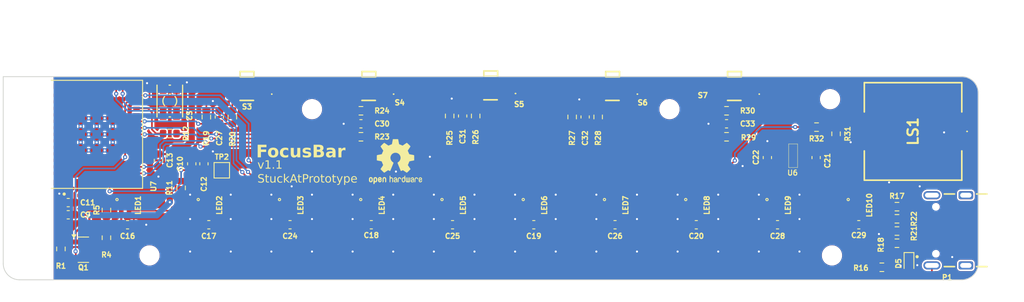
<source format=kicad_pcb>
(kicad_pcb (version 20241229) (generator "pcbnew") (generator_version "9.0")
  (layers (0 "F.Cu" signal) (2 "B.Cu" signal) (13 "F.Paste" user) (15 "B.Paste" user) (5 "F.SilkS" user "F.Silkscreen") (7 "B.SilkS" user "B.Silkscreen") (1 "F.Mask" user) (3 "B.Mask" user) (25 "Edge.Cuts" user))
  (net 0 "")
  (net 1 "GND")
  (net 2 "+3V3")
  (net 3 "/CP_EN")
  (net 4 "+5VD")
  (net 5 "Net-(LED1-DOUT)")
  (net 6 "Net-(LED1-DIN)")
  (net 7 "Net-(LED2-DOUT)")
  (net 8 "Net-(LED3-DOUT)")
  (net 9 "Net-(LED4-DOUT)")
  (net 10 "Net-(LED5-DOUT)")
  (net 11 "Net-(LED6-DOUT)")
  (net 12 "Net-(LED7-DOUT)")
  (net 13 "Net-(LED8-DOUT)")
  (net 14 "Net-(LED10-DIN)")
  (net 16 "Net-(P1-CC)")
  (net 17 "Net-(P1-SHIELD)")
  (net 18 "Net-(P1-D-)")
  (net 19 "Net-(P1-VCONN)")
  (net 20 "Net-(P1-D+)")
  (net 21 "Net-(Q1-S)")
  (net 22 "Net-(Q1-D)")
  (net 23 "Net-(U7-IO08)")
  (net 24 "Net-(R20-Pad2)")
  (net 25 "/USB_D+")
  (net 26 "/USB_D-")
  (net 27 "Net-(R24-Pad2)")
  (net 28 "Net-(R26-Pad2)")
  (net 29 "Net-(R28-Pad2)")
  (net 30 "Net-(R30-Pad2)")
  (net 31 "Net-(U7-IO9)")
  (net 50 "/SW_0")
  (net 51 "/SW_1")
  (net 52 "/SW_2")
  (net 53 "/SW_3")
  (net 54 "/SW_4")
  (net 55 "Net-(LS1-Pad2)")
  (net 56 "Net-(U7-IO22)")
  (footprint "Capacitor_SMD:C_0603_1608Metric" (layer "F.Cu") (at 126.62 74.96 90)
    (property "Reference" "C32")
    (property "Value" "0.1uF")
  )
  (footprint "Resistor_SMD:R_0603_1608Metric" (layer "F.Cu") (at 67.7 86.42502 90)
    (property "Reference" "R5")
    (property "Value" "470")
  )
  (footprint "Resistor_SMD:R_0603_1608Metric" (layer "F.Cu") (at 109.945 74.84 90)
    (property "Reference" "R25")
    (property "Value" "100k")
  )
  (footprint "custom_IC:IN-PI15_INL" (layer "F.Cu") (at 80 86.02502)
    (property "Reference" "LED2")
    (property "Value" "IN-PI15TAT5R5G5B")
  )
  (footprint "Capacitor_SMD:C_0603_1608Metric" (layer "F.Cu") (at 130.3 88.22502)
    (property "Reference" "C26")
    (property "Value" "0.1uF")
  )
  (footprint "Capacitor_SMD:C_0603_1608Metric" (layer "F.Cu") (at 150.3 88.22502)
    (property "Reference" "C28")
    (property "Value" "0.1uF")
  )
  (footprint "kicad_reformed_custom_IC:LOGO_6mm_microDMG" (layer "F.Cu") (at 89.3 75.1)
    (property "Reference" "G***" (hide yes))
    (property "Value" "LOGO" (hide yes))
  )
  (footprint "Resistor_SMD:R_0603_1608Metric" (layer "F.Cu") (at 144.025 77.4 180)
    (property "Reference" "R29")
    (property "Value" "100k")
  )
  (footprint "Resistor_SMD:R_0603_1608Metric" (layer "F.Cu") (at 83.2 74.975 90)
    (property "Reference" "R20")
    (property "Value" "10k")
  )
  (footprint "custom_IC:TL1016AAF220QG" (layer "F.Cu") (at 100 71.475 180)
    (property "Reference" "S4")
    (property "Value" "TL1016AAF220QG" (hide yes))
  )
  (footprint "MountingHole:MountingHole_2.2mm_M2" (layer "F.Cu") (at 157 92)
    (property "Reference" "REF**" (hide yes))
    (property "Value" "MountingHole_2.2mm_M2")
  )
  (footprint "custom_IC:IN-PI15_INL" (layer "F.Cu") (at 90 86.02502)
    (property "Reference" "LED3")
    (property "Value" "IN-PI15TAT5R5G5B")
  )
  (footprint "custom_IC:IN-PI15_INL" (layer "F.Cu") (at 150 86.02502)
    (property "Reference" "LED9")
    (property "Value" "IN-PI15TAT5R5G5B")
  )
  (footprint "Resistor_SMD:R_0603_1608Metric" (layer "F.Cu") (at 80 74.975 90)
    (property "Reference" "R19")
    (property "Value" "100k")
  )
  (footprint "Capacitor_SMD:C_0603_1608Metric" (layer "F.Cu") (at 79.7 80.725 90)
    (property "Reference" "C12")
    (property "Value" "0.1uF")
  )
  (footprint "MountingHole:MountingHole_2.2mm_M2" (layer "F.Cu") (at 137 74)
    (property "Reference" "REF**" (hide yes))
    (property "Value" "MountingHole_2.2mm_M2")
  )
  (footprint "Capacitor_SMD:C_0603_1608Metric" (layer "F.Cu") (at 78.2 80.725 90)
    (property "Reference" "C10")
    (property "Value" "1uF")
  )
  (footprint "MountingHole:MountingHole_2.2mm_M2" (layer "F.Cu") (at 93 74)
    (property "Reference" "REF**" (hide yes))
    (property "Value" "MountingHole_2.2mm_M2")
  )
  (footprint "Capacitor_SMD:C_0603_1608Metric" (layer "F.Cu") (at 120.3 88.22502)
    (property "Reference" "C19")
    (property "Value" "0.1uF")
  )
  (footprint "Capacitor_SMD:C_0603_1608Metric" (layer "F.Cu") (at 111.545 74.84 90)
    (property "Reference" "C31")
    (property "Value" "0.1uF")
  )
  (footprint "Resistor_SMD:R_0603_1608Metric" (layer "F.Cu") (at 128.22 74.96 90)
    (property "Reference" "R28")
    (property "Value" "10k")
  )
  (footprint "Resistor_SMD:R_0603_1608Metric" (layer "F.Cu") (at 165 89)
    (property "Reference" "R21")
    (property "Value" "22")
  )
  (footprint "Resistor_SMD:R_0603_1608Metric" (layer "F.Cu") (at 113.145 74.84 90)
    (property "Reference" "R26")
    (property "Value" "10k")
  )
  (footprint "custom_IC:IN-PI15_INL" (layer "F.Cu") (at 140 86.02502)
    (property "Reference" "LED8")
    (property "Value" "IN-PI15TAT5R5G5B")
  )
  (footprint "kicad_reformed_custom_IC:MODULE_ESP32-H2-MINI-1-H2" (layer "F.Cu") (at 63.8 77.1 90)
    (property "Reference" "U7")
    (property "Value" "ESP32-H2-MINI-1")
  )
  (footprint "custom_IC:TL1016AAF220QG" (layer "F.Cu") (at 130 71.475 180)
    (property "Reference" "S6")
    (property "Value" "TL1016AAF220QG" (hide yes))
  )
  (footprint "kicad_reformed_custom_IC:AP2204" (layer "F.Cu") (at 152.165 79.785 90)
    (property "Reference" "U6")
    (property "Value" "AP2205")
  )
  (footprint "custom_IC:TL1016AAF220QG" (layer "F.Cu") (at 85 71.475 180)
    (property "Reference" "S3")
    (property "Value" "TL1016AAF220QG" (hide yes))
  )
  (footprint "custom_IC:IN-PI15_INL" (layer "F.Cu") (at 70 86.02502)
    (property "Reference" "LED1")
    (property "Value" "IN-PI15TAT5R5G5B")
  )
  (footprint "Package_TO_SOT_SMD:SOT-23" (layer "F.Cu") (at 64.8625 91.3)
    (property "Reference" "Q1")
    (property "Value" "BSS138")
  )
  (footprint "Capacitor_SMD:C_0603_1608Metric" (layer "F.Cu") (at 140.3 88.22502)
    (property "Reference" "C20")
    (property "Value" "0.1uF")
  )
  (footprint "custom_IC:TL1016AAF220QG" (layer "F.Cu") (at 145 71.475 180)
    (property "Reference" "S7")
    (property "Value" "TL1016AAF220QG" (hide yes))
  )
  (footprint "Capacitor_SMD:C_0603_1608Metric" (layer "F.Cu") (at 63 87 180)
    (property "Reference" "C9")
    (property "Value" "47uF")
  )
  (footprint "Resistor_SMD:R_0603_1608Metric" (layer "F.Cu") (at 62.1 91.2 90)
    (property "Reference" "R1")
    (property "Value" "10K")
  )
  (footprint "Capacitor_SMD:C_0603_1608Metric" (layer "F.Cu") (at 149.05 79.96 90)
    (property "Reference" "C22")
    (property "Value" "10uF")
  )
  (footprint "kicad_reformed_custom_IC:SWITCH_0SMTRLFS" (layer "F.Cu") (at 75.5 73 -90)
    (property "Reference" "S2")
    (property "Value" "SWITCH_0SMTRLFS")
  )
  (footprint "Resistor_SMD:R_0603_1608Metric" (layer "F.Cu") (at 157.502187 77.032486 -90)
    (property "Reference" "R31")
    (property "Value" "1M")
  )
  (footprint "Resistor_SMD:R_0603_1608Metric" (layer "F.Cu") (at 75.5 77)
    (property "Reference" "R12")
    (property "Value" "10K")
  )
  (footprint "MountingHole:MountingHole_2.2mm_M2" (layer "F.Cu") (at 156.77 72.77)
    (property "Reference" "REF**" (hide yes))
    (property "Value" "MountingHole_2.2mm_M2")
  )
  (footprint "custom_IC:TL1016AAF220QG" (layer "F.Cu") (at 115 71.4 180)
    (property "Reference" "S5")
    (property "Value" "TL1016AAF220QG" (hide yes))
  )
  (footprint "Resistor_SMD:R_0603_1608Metric" (layer "F.Cu") (at 163.14 93.46 180)
    (property "Reference" "R16")
    (property "Value" "1M")
  )
  (footprint "Capacitor_SMD:C_0603_1608Metric" (layer "F.Cu") (at 90.3 88.22502)
    (property "Reference" "C24")
    (property "Value" "0.1uF")
  )
  (footprint "Capacitor_SMD:C_0603_1608Metric" (layer "F.Cu") (at 70.3 88.22502)
    (property "Reference" "C16")
    (property "Value" "0.1uF")
  )
  (footprint "Capacitor_SMD:C_0603_1608Metric" (layer "F.Cu") (at 144.025 75.8 180)
    (property "Reference" "C33")
    (property "Value" "0.1uF")
  )
  (footprint "custom_IC:IN-PI15_INL" (layer "F.Cu") (at 120 86.02502)
    (property "Reference" "LED6")
    (property "Value" "IN-PI15TAT5R5G5B")
  )
  (footprint "Capacitor_SMD:C_0603_1608Metric" (layer "F.Cu") (at 80.3 88.22502)
    (property "Reference" "C17")
    (property "Value" "0.1uF")
  )
  (footprint "Symbol:OSHW-Logo2_7.3x6mm_SilkScreen" (layer "F.Cu") (at 103.28 80.45)
    (property "Reference" "REF**" (hide yes))
    (property "Value" "OSHW-Logo2_7.3x6mm_SilkScreen" (hide yes))
  )
  (footprint "Capacitor_SMD:C_0603_1608Metric" (layer "F.Cu") (at 81.6 74.975 90)
    (property "Reference" "C27")
    (property "Value" "0.1uF")
  )
  (footprint "Resistor_SMD:R_0603_1608Metric" (layer "F.Cu") (at 99.025 74.2 180)
    (property "Reference" "R24")
    (property "Value" "10k")
  )
  (footprint "Resistor_SMD:R_0603_1608Metric" (layer "F.Cu") (at 165 90.5 180)
    (property "Reference" "R18")
    (property "Value" "5K1")
  )
  (footprint "Capacitor_SMD:C_0603_1608Metric" (layer "F.Cu") (at 155.05 79.96 90)
    (property "Reference" "C21")
    (property "Value" "10uF")
  )
  (footprint "Resistor_SMD:R_0603_1608Metric" (layer "F.Cu") (at 165 87.5 180)
    (property "Reference" "R22")
    (property "Value" "22")
  )
  (footprint "Capacitor_SMD:C_0603_1608Metric" (layer "F.Cu") (at 63 85.5 180)
    (property "Reference" "C11")
    (property "Value" "0.1uF")
  )
  (footprint "custom_IC:IN-PI15_INL" (layer "F.Cu") (at 100 86.02502)
    (property "Reference" "LED4")
    (property "Value" "IN-PI15TAT5R5G5B")
  )
  (footprint "Resistor_SMD:R_0603_1608Metric" (layer "F.Cu") (at 99.025 77.4 180)
    (property "Reference" "R23")
    (property "Value" "100k")
  )
  (footprint "Resistor_SMD:R_0603_1608Metric" (layer "F.Cu") (at 67.7 89.82502 -90)
    (property "Reference" "R4")
    (property "Value" "10K")
  )
  (footprint "Capacitor_SMD:C_0603_1608Metric" (layer "F.Cu") (at 99.025 75.8 180)
    (property "Reference" "C30")
    (property "Value" "0.1uF")
  )
  (footprint "MountingHole:MountingHole_2.2mm_M2" (layer "F.Cu") (at 73 92)
    (property "Reference" "REF**" (hide yes))
    (property "Value" "MountingHole_2.2mm_M2")
  )
  (footprint "kicad_reformed_custom_IC:SMT1240SHT" (layer "F.Cu") (at 166.98 76.74 -90)
    (property "Reference" "LS1")
    (property "Value" "SMT1240SHT" (hide yes))
  )
  (footprint "custom_IC:IN-PI15_INL" (layer "F.Cu") (at 130 86.02502)
    (property "Reference" "LED7")
    (property "Value" "IN-PI15TAT5R5G5B")
  )
  (footprint "Resistor_SMD:R_0603_1608Metric" (layer "F.Cu") (at 165 86 180)
    (property "Reference" "R17")
    (property "Value" "5K1")
  )
  (footprint "Resistor_SMD:R_0603_1608Metric" (layer "F.Cu") (at 125.02 74.96 90)
    (property "Reference" "R27")
    (property "Value" "100k")
  )
  (footprint "Capacitor_SMD:C_0603_1608Metric" (layer "F.Cu") (at 74.1 80.3 -90)
    (property "Reference" "C13")
    (property "Value" "0.1uF")
  )
  (footprint "TestPoint:TestPoint_Pad_1.5x1.5mm" (layer "F.Cu") (at 81.9 81.525)
    (property "Reference" "TP2")
    (property "Value" "TestPoint")
  )
  (footprint "Capacitor_SMD:C_0603_1608Metric" (layer "F.Cu") (at 110.3 88.22502)
    (property "Reference" "C25")
    (property "Value" "0.1uF")
  )
  (footprint "Capacitor_SMD:C_0603_1608Metric" (layer "F.Cu") (at 100.3 88.22502)
    (property "Reference" "C18")
    (property "Value" "0.1uF")
  )
  (footprint "custom_IC:IN-PI15_INL" (layer "F.Cu") (at 110 86.02502)
    (property "Reference" "LED5")
    (property "Value" "IN-PI15TAT5R5G5B")
  )
  (footprint "Diode_SMD:D_SOD-523" (layer "F.Cu") (at 166.48 92.91 -90)
    (property "Reference" "D5")
    (property "Value" "TPD1E10B06")
  )
  (footprint "Resistor_SMD:R_0603_1608Metric" (layer "F.Cu") (at 76.89 83.69 90)
    (property "Reference" "R11")
    (property "Value" "10K")
  )
  (footprint "kicad_reformed_custom_IC:GCT_USB4105-GF-A" (layer "F.Cu") (at 173.48 88.91 90)
    (property "Reference" "P1")
    (property "Value" "USB_C_Plug_USB2.0")
  )
  (footprint "custom_IC:IN-PI15_INL" (layer "F.Cu") (at 160 86.02502)
    (property "Reference" "LED10")
    (property "Value" "IN-PI15TAT5R5G5B")
  )
  (footprint "Resistor_SMD:R_0603_1608Metric" (layer "F.Cu") (at 155.102187 76.207486 180)
    (property "Reference" "R32")
    (property "Value" "100")
  )
  (footprint "Capacitor_SMD:C_0603_1608Metric" (layer "F.Cu") (at 160.3 88.22502)
    (property "Reference" "C29")
    (property "Value" "0.1uF")
  )
  (footprint "Resistor_SMD:R_0603_1608Metric" (layer "F.Cu") (at 144.025 74.2 180)
    (property "Reference" "R30")
    (property "Value" "10k")
  )
  (gr_line (start 55 70) (end 55 93) (stroke (width 0.1)) (layer "Edge.Cuts"))
  (gr_arc (start 175 93) (mid 174.414214 94.414214) (end 173 95) (stroke (width 0.1)) (layer "Edge.Cuts"))
  (gr_arc (start 173 70) (mid 174.414214 70.585786) (end 175 72) (stroke (width 0.1)) (layer "Edge.Cuts"))
  (gr_line (start 57 95) (end 173 95) (stroke (width 0.1)) (layer "Edge.Cuts"))
  (gr_line (start 173 70) (end 55 70) (stroke (width 0.1)) (layer "Edge.Cuts"))
  (gr_line (start 175 93) (end 175 72) (stroke (width 0.1)) (layer "Edge.Cuts"))
  (gr_arc (start 57 95) (mid 55.585786 94.414214) (end 55 93) (stroke (width 0.1)) (layer "Edge.Cuts"))
  (gr_text "v1.1\nStuckAtPrototype" (at 86.28 81.76 0) (layer "F.SilkS") (effects (font (size 1.016 1.016)) (justify left)))
  (gr_text "FocusBar" (at 86.12 80.19 0) (layer "F.SilkS") (effects (font (size 1.524 1.524) (thickness 0.1016) (bold yes)) (justify left bottom)))
  (via (at 61.9 84.4) (size 0.508) (drill 0.254) (layers "F.Cu" "B.Cu") (net 1))
  (via (at 103 84.52502) (size 0.508) (drill 0.254) (layers "F.Cu" "B.Cu") (net 1))
  (via (at 108 87.52502) (size 0.508) (drill 0.254) (layers "F.Cu" "B.Cu") (net 1))
  (via (at 103.33 81.68) (size 0.508) (drill 0.254) (layers "F.Cu" "B.Cu") (net 1))
  (via (at 149.05 77.935) (size 0.508) (drill 0.254) (layers "F.Cu" "B.Cu") (net 1))
  (via (at 103 91.52502) (size 0.508) (drill 0.254) (layers "F.Cu" "B.Cu") (net 1))
  (via (at 148 91.52502) (size 0.508) (drill 0.254) (layers "F.Cu" "B.Cu") (net 1))
  (via (at 133 84.52502) (size 0.508) (drill 0.254) (layers "F.Cu" "B.Cu") (net 1))
  (via (at 123 91.52502) (size 0.508) (drill 0.254) (layers "F.Cu" "B.Cu") (net 1))
  (via (at 159.3 78.07) (size 0.508) (drill 0.254) (layers "F.Cu" "B.Cu") (net 1))
  (via (at 123 87.52502) (size 0.508) (drill 0.254) (layers "F.Cu" "B.Cu") (net 1))
  (via (at 93 91.52502) (size 0.508) (drill 0.254) (layers "F.Cu" "B.Cu") (net 1))
  (via (at 98 87.52502) (size 0.508) (drill 0.254) (layers "F.Cu" "B.Cu") (net 1))
  (via (at 128 87.52502) (size 0.508) (drill 0.254) (layers "F.Cu" "B.Cu") (net 1))
  (via (at 128 84.52502) (size 0.508) (drill 0.254) (layers "F.Cu" "B.Cu") (net 1))
  (via (at 153 87.52502) (size 0.508) (drill 0.254) (layers "F.Cu" "B.Cu") (net 1))
  (via (at 77.6 70.7) (size 0.508) (drill 0.254) (layers "F.Cu" "B.Cu") (net 1))
  (via (at 148 87.52502) (size 0.508) (drill 0.254) (layers "F.Cu" "B.Cu") (net 1))
  (via (at 125.9 72.8) (size 0.508) (drill 0.254) (layers "F.Cu" "B.Cu") (net 1))
  (via (at 88 84.52502) (size 0.508) (drill 0.254) (layers "F.Cu" "B.Cu") (net 1))
  (via (at 138 84.52502) (size 0.508) (drill 0.254) (layers "F.Cu" "B.Cu") (net 1))
  (via (at 118 87.52502) (size 0.508) (drill 0.254) (layers "F.Cu" "B.Cu") (net 1))
  (via (at 98 84.52502) (size 0.508) (drill 0.254) (layers "F.Cu" "B.Cu") (net 1))
  (via (at 83 91.52502) (size 0.508) (drill 0.254) (layers "F.Cu" "B.Cu") (net 1))
  (via (at 88 87.52502) (size 0.508) (drill 0.254) (layers "F.Cu" "B.Cu") (net 1))
  (via (at 164.03 83.01) (size 0.508) (drill 0.254) (layers "F.Cu" "B.Cu") (net 1))
  (via (at 78 84.52502) (size 0.508) (drill 0.254) (layers "F.Cu" "B.Cu") (net 1))
  (via (at 165.45 93.28) (size 0.508) (drill 0.254) (layers "F.Cu" "B.Cu") (net 1))
  (via (at 143 91.52502) (size 0.508) (drill 0.254) (layers "F.Cu" "B.Cu") (net 1))
  (via (at 167.5 93.2) (size 0.508) (drill 0.254) (layers "F.Cu" "B.Cu") (net 1))
  (via (at 133 87.52502) (size 0.508) (drill 0.254) (layers "F.Cu" "B.Cu") (net 1))
  (via (at 93 84.52502) (size 0.508) (drill 0.254) (layers "F.Cu" "B.Cu") (net 1))
  (via (at 78 87.52502) (size 0.508) (drill 0.254) (layers "F.Cu" "B.Cu") (net 1))
  (via (at 138 91.52502) (size 0.508) (drill 0.254) (layers "F.Cu" "B.Cu") (net 1))
  (via (at 83 84.52502) (size 0.508) (drill 0.254) (layers "F.Cu" "B.Cu") (net 1))
  (via (at 107.51 79.86) (size 0.508) (drill 0.254) (layers "F.Cu" "B.Cu") (net 1))
  (via (at 83 87.52502) (size 0.508) (drill 0.254) (layers "F.Cu" "B.Cu") (net 1))
  (via (at 118 84.52502) (size 0.508) (drill 0.254) (layers "F.Cu" "B.Cu") (net 1))
  (via (at 72.6 88.22502) (size 0.508) (drill 0.254) (layers "F.Cu" "B.Cu") (net 1))
  (via (at 148 84.52502) (size 0.508) (drill 0.254) (layers "F.Cu" "B.Cu") (net 1))
  (via (at 96.9 75.8) (size 0.508) (drill 0.254) (layers "F.Cu" "B.Cu") (net 1))
  (via (at 108 84.52502) (size 0.508) (drill 0.254) (layers "F.Cu" "B.Cu") (net 1))
  (via (at 90.5 83.5) (size 0.508) (drill 0.254) (layers "F.Cu" "B.Cu") (net 1))
  (via (at 146 81) (size 0.508) (drill 0.254) (layers "F.Cu" "B.Cu") (net 1))
  (via (at 128 91.52502) (size 0.508) (drill 0.254) (layers "F.Cu" "B.Cu") (net 1))
  (via (at 167.8 83.5) (size 0.508) (drill 0.254) (layers "F.Cu" "B.Cu") (net 1))
  (via (at 143 87.52502) (size 0.508) (drill 0.254) (layers "F.Cu" "B.Cu") (net 1))
  (via (at 78 91.52502) (size 0.508) (drill 0.254) (layers "F.Cu" "B.Cu") (net 1))
  (via (at 80.8 73) (size 0.508) (drill 0.254) (layers "F.Cu" "B.Cu") (net 1))
  (via (at 138 87.52502) (size 0.508) (drill 0.254) (layers "F.Cu" "B.Cu") (net 1))
  (via (at 74.1 82.3) (size 0.508) (drill 0.254) (layers "F.Cu" "B.Cu") (net 1))
  (via (at 153 84.52502) (size 0.508) (drill 0.254) (layers "F.Cu" "B.Cu") (net 1))
  (via (at 118 91.52502) (size 0.508) (drill 0.254) (layers "F.Cu" "B.Cu") (net 1))
  (via (at 171.8 92.2) (size 0.508) (drill 0.254) (layers "F.Cu" "B.Cu") (net 1))
  (via (at 113 87.52502) (size 0.508) (drill 0.254) (layers "F.Cu" "B.Cu") (net 1))
  (via (at 123 84.52502) (size 0.508) (drill 0.254) (layers "F.Cu" "B.Cu") (net 1))
  (via (at 113 91.52502) (size 0.508) (drill 0.254) (layers "F.Cu" "B.Cu") (net 1))
  (via (at 103 87.52502) (size 0.508) (drill 0.254) (layers "F.Cu" "B.Cu") (net 1))
  (via (at 133 91.52502) (size 0.508) (drill 0.254) (layers "F.Cu" "B.Cu") (net 1))
  (via (at 88 91.52502) (size 0.508) (drill 0.254) (layers "F.Cu" "B.Cu") (net 1))
  (via (at 80.8 79.2) (size 0.508) (drill 0.254) (layers "F.Cu" "B.Cu") (net 1))
  (via (at 170.8 76.86) (size 0.508) (drill 0.254) (layers "F.Cu" "B.Cu") (net 1))
  (via (at 110.2 72.7) (size 0.508) (drill 0.254) (layers "F.Cu" "B.Cu") (net 1))
  (via (at 98 91.52502) (size 0.508) (drill 0.254) (layers "F.Cu" "B.Cu") (net 1))
  (via (at 153 91.52502) (size 0.508) (drill 0.254) (layers "F.Cu" "B.Cu") (net 1))
  (via (at 93 87.52502) (size 0.508) (drill 0.254) (layers "F.Cu" "B.Cu") (net 1))
  (via (at 113 84.52502) (size 0.508) (drill 0.254) (layers "F.Cu" "B.Cu") (net 1))
  (via (at 141.8 75.8) (size 0.508) (drill 0.254) (layers "F.Cu" "B.Cu") (net 1))
  (via (at 162.78 89.37) (size 0.508) (drill 0.254) (layers "F.Cu" "B.Cu") (net 1))
  (via (at 108 91.52502) (size 0.508) (drill 0.254) (layers "F.Cu" "B.Cu") (net 1))
  (via (at 72.7 70.8) (size 0.508) (drill 0.254) (layers "F.Cu" "B.Cu") (net 1))
  (via (at 143 84.52502) (size 0.508) (drill 0.254) (layers "F.Cu" "B.Cu") (net 1))
  (segment (start 75.5 85.45) (end 75.5 84.604) (width 0.2032) (layer "F.Cu") (net 2))
  (segment (start 149.44 74.33) (end 147.23 76.54) (width 0.762) (layer "F.Cu") (net 2))
  (segment (start 78.2 72) (end 78.2 77) (width 0.762) (layer "F.Cu") (net 2))
  (segment (start 116.8 70.675) (end 101.875 70.675) (width 0.762) (layer "F.Cu") (net 2))
  (segment (start 116.875 70.75) (end 116.8 70.675) (width 0.762) (layer "F.Cu") (net 2))
  (segment (start 65.55 87) (end 65.6 87.05) (width 0.254) (layer "F.Cu") (net 2))
  (segment (start 63.925 89.135) (end 63.925 90.35) (width 0.254) (layer "F.Cu") (net 2))
  (segment (start 83.2 70.75) (end 79.45 70.75) (width 0.762) (layer "F.Cu") (net 2))
  (segment (start 143.2 70.75) (end 131.8 70.75) (width 0.762) (layer "F.Cu") (net 2))
  (segment (start 76.1 78.7) (end 75.5 79.3) (width 0.762) (layer "F.Cu") (net 2))
  (segment (start 62.1 90.375) (end 63.9 90.375) (width 0.2032) (layer "F.Cu") (net 2))
  (segment (start 63.775 87) (end 63.775 85.5) (width 0.254) (layer "F.Cu") (net 2))
  (segment (start 77.4 78.7) (end 76.1 78.7) (width 0.762) (layer "F.Cu") (net 2))
  (segment (start 146.8 70.75) (end 147.7 70.75) (width 0.762) (layer "F.Cu") (net 2))
  (segment (start 74.1 79.525) (end 75.275 79.525) (width 0.254) (layer "F.Cu") (net 2))
  (segment (start 148.65 70.75) (end 149.44 71.54) (width 0.762) (layer "F.Cu") (net 2))
  (segment (start 149.1 80.685) (end 149.05 80.735) (width 0.254) (layer "F.Cu") (net 2))
  (segment (start 98.2 70.75) (end 86.8 70.75) (width 0.762) (layer "F.Cu") (net 2))
  (segment (start 101.8 70.75) (end 98.2 70.75) (width 0.762) (layer "F.Cu") (net 2))
  (segment (start 75.275 79.525) (end 75.5 79.3) (width 0.254) (layer "F.Cu") (net 2))
  (segment (start 63.775 84.325) (end 63.775 85.5) (width 0.254) (layer "F.Cu") (net 2))
  (segment (start 116.8 70.675) (end 113.2 70.675) (width 0.762) (layer "F.Cu") (net 2))
  (segment (start 64.32 88.74) (end 63.925 89.135) (width 0.254) (layer "F.Cu") (net 2))
  (segment (start 76.855 84.55) (end 76.89 84.515) (width 0.2032) (layer "F.Cu") (net 2))
  (segment (start 83.2 70.75) (end 86.8 70.75) (width 0.762) (layer "F.Cu") (net 2))
  (segment (start 65.6 88.31) (end 65.17 88.74) (width 0.254) (layer "F.Cu") (net 2))
  (segment (start 149.44 71.54) (end 149.44 74.33) (width 0.762) (layer "F.Cu") (net 2))
  (segment (start 76.325 77) (end 78.2 77) (width 0.2032) (layer "F.Cu") (net 2))
  (segment (start 74.075 79.5) (end 71.4 79.5) (width 0.254) (layer "F.Cu") (net 2))
  (segment (start 101.875 70.675) (end 101.8 70.75) (width 0.762) (layer "F.Cu") (net 2))
  (segment (start 64.1 83) (end 64.1 84) (width 0.254) (layer "F.Cu") (net 2))
  (segment (start 147.23 79.91) (end 148.055 80.735) (width 0.762) (layer "F.Cu") (net 2))
  (segment (start 147.7 70.75) (end 148.65 70.75) (width 0.762) (layer "F.Cu") (net 2))
  (segment (start 150.865 80.685) (end 149.1 80.685) (width 0.254) (layer "F.Cu") (net 2))
  (segment (start 147.23 76.54) (end 147.23 79.91) (width 0.762) (layer "F.Cu") (net 2))
  (segment (start 63.9 90.375) (end 63.925 90.35) (width 0.2032) (layer "F.Cu") (net 2))
  (segment (start 78.2 77.9) (end 77.4 78.7) (width 0.762) (layer "F.Cu") (net 2))
  (segment (start 65.17 88.74) (end 64.32 88.74) (width 0.254) (layer "F.Cu") (net 2))
  (segment (start 74.1 79.525) (end 74.075 79.5) (width 0.254) (layer "F.Cu") (net 2))
  (segment (start 75.5 84.604) (end 75.554 84.55) (width 0.2032) (layer "F.Cu") (net 2))
  (segment (start 75.5 79.3) (end 75.5 85.45) (width 0.762) (layer "F.Cu") (net 2))
  (segment (start 63.775 87) (end 65.55 87) (width 0.254) (layer "F.Cu") (net 2))
  (segment (start 131.8 70.75) (end 128.2 70.75) (width 0.762) (layer "F.Cu") (net 2))
  (segment (start 148.055 80.735) (end 149.05 80.735) (width 0.762) (layer "F.Cu") (net 2))
  (segment (start 128.2 70.75) (end 116.875 70.75) (width 0.762) (layer "F.Cu") (net 2))
  (segment (start 64.1 84) (end 63.775 84.325) (width 0.254) (layer "F.Cu") (net 2))
  (segment (start 75.554 84.55) (end 76.855 84.55) (width 0.2032) (layer "F.Cu") (net 2))
  (segment (start 79.45 70.75) (end 78.2 72) (width 0.762) (layer "F.Cu") (net 2))
  (segment (start 147.7 70.75) (end 143.2 70.75) (width 0.762) (layer "F.Cu") (net 2))
  (segment (start 78.2 77) (end 78.2 77.9) (width 0.762) (layer "F.Cu") (net 2))
  (segment (start 65.6 87.05) (end 65.6 88.31) (width 0.254) (layer "F.Cu") (net 2))
  (via (at 75.5 85.45) (size 0.508) (drill 0.254) (layers "F.Cu" "B.Cu") (net 2))
  (via (at 65.6 87.05) (size 0.508) (drill 0.254) (layers "F.Cu" "B.Cu") (net 2))
  (segment (start 75.5 85.45) (end 73.9 87.05) (width 0.762) (layer "B.Cu") (net 2))
  (segment (start 73.9 87.05) (end 65.6 87.05) (width 0.762) (layer "B.Cu") (net 2))
  (segment (start 78.2 81.5) (end 76.9 81.5) (width 0.2032) (layer "F.Cu") (net 3))
  (segment (start 79.7 81.5) (end 78.2 81.5) (width 0.2032) (layer "F.Cu") (net 3))
  (segment (start 76.9 81.5) (end 76.9 82.855) (width 0.2032) (layer "F.Cu") (net 3))
  (segment (start 79.725 81.525) (end 79.7 81.5) (width 0.2032) (layer "F.Cu") (net 3))
  (segment (start 81.9 81.525) (end 79.725 81.525) (width 0.2032) (layer "F.Cu") (net 3))
  (segment (start 76.9 82.855) (end 76.89 82.865) (width 0.2032) (layer "F.Cu") (net 3))
  (segment (start 68.1 84.1) (end 68.1 83) (width 0.2032) (layer "F.Cu") (net 3))
  (via (at 76.9 81.5) (size 0.508) (drill 0.254) (layers "F.Cu" "B.Cu") (net 3))
  (via (at 68.1 84.1) (size 0.508) (drill 0.254) (layers "F.Cu" "B.Cu") (net 3))
  (segment (start 75.9 84.1) (end 68.1 84.1) (width 0.2032) (layer "B.Cu") (net 3))
  (segment (start 76.9 83.1) (end 75.9 84.1) (width 0.2032) (layer "B.Cu") (net 3))
  (segment (start 76.9 81.5) (end 76.9 83.1) (width 0.2032) (layer "B.Cu") (net 3))
  (segment (start 67.7 90.65002) (end 68.975 90.65002) (width 0.3048) (layer "F.Cu") (net 4))
  (segment (start 89.525 86.5) (end 89.525 88.22502) (width 0.254) (layer "F.Cu") (net 4))
  (segment (start 152.625 78.785) (end 153.465 78.785) (width 0.254) (layer "F.Cu") (net 4))
  (segment (start 152.35 80.46) (end 152.35 79.06) (width 0.254) (layer "F.Cu") (net 4))
  (segment (start 167.79 91.31) (end 166.89 92.21) (width 0.4572) (layer "F.Cu") (net 4))
  (segment (start 167.79 86.51) (end 167.2 85.92) (width 0.2032) (layer "F.Cu") (net 4))
  (segment (start 129.525 89.51002) (end 129.5 89.53502) (width 0.254) (layer "F.Cu") (net 4))
  (segment (start 167.2 85.92) (end 167.2 84.2) (width 0.2032) (layer "F.Cu") (net 4))
  (segment (start 119.525 89.51002) (end 119.5 89.53502) (width 0.254) (layer "F.Cu") (net 4))
  (segment (start 159.525 89.51002) (end 159.5 89.53502) (width 0.254) (layer "F.Cu") (net 4))
  (segment (start 168.725 86.51) (end 167.79 86.51) (width 0.2032) (layer "F.Cu") (net 4))
  (segment (start 69.525 86.5) (end 69.525 88.22502) (width 0.254) (layer "F.Cu") (net 4))
  (segment (start 89.7 89.53502) (end 79.5 89.53502) (width 0.762) (layer "F.Cu") (net 4))
  (segment (start 170 87) (end 169.6 86.6) (width 0.2032) (layer "F.Cu") (net 4))
  (segment (start 79.5 89.53502) (end 69.525 89.53502) (width 0.762) (layer "F.Cu") (net 4))
  (segment (start 168.815 86.6) (end 168.725 86.51) (width 0.2032) (layer "F.Cu") (net 4))
  (segment (start 152.575 80.685) (end 152.35 80.46) (width 0.254) (layer "F.Cu") (net 4))
  (segment (start 161.61502 89.53502) (end 162.26 90.18) (width 0.4572) (layer "F.Cu") (net 4))
  (segment (start 169.6 86.6) (end 168.815 86.6) (width 0.2032) (layer "F.Cu") (net 4))
  (segment (start 159.5 89.53502) (end 149.5 89.53502) (width 0.762) (layer "F.Cu") (net 4))
  (segment (start 129.5 89.53502) (end 119.5 89.53502) (width 0.762) (layer "F.Cu") (net 4))
  (segment (start 119.525 86.5) (end 119.525 88.22502) (width 0.254) (layer "F.Cu") (net 4))
  (segment (start 99.5 89.53502) (end 89.7 89.53502) (width 0.762) (layer "F.Cu") (net 4))
  (segment (start 79.525 88.22502) (end 79.525 89.51002) (width 0.254) (layer "F.Cu") (net 4))
  (segment (start 149.525 88.22502) (end 149.525 89.51002) (width 0.254) (layer "F.Cu") (net 4))
  (segment (start 159.525 88.22502) (end 159.525 86.5) (width 0.254) (layer "F.Cu") (net 4))
  (segment (start 69.525 90.10002) (end 69.525 88.22502) (width 0.3048) (layer "F.Cu") (net 4))
  (segment (start 155.05 80.735) (end 153.515 80.735) (width 0.254) (layer "F.Cu") (net 4))
  (segment (start 149.525 89.51002) (end 149.5 89.53502) (width 0.254) (layer "F.Cu") (net 4))
  (segment (start 79.525 89.51002) (end 79.5 89.53502) (width 0.254) (layer "F.Cu") (net 4))
  (segment (start 99.525 88.22502) (end 99.525 89.51002) (width 0.254) (layer "F.Cu") (net 4))
  (segment (start 89.525 88.22502) (end 89.525 89.36002) (width 0.254) (layer "F.Cu") (net 4))
  (segment (start 163.3 92.21) (end 166.48 92.21) (width 0.4572) (layer "F.Cu") (net 4))
  (segment (start 163.735 80.735) (end 155.05 80.735) (width 0.762) (layer "F.Cu") (net 4))
  (segment (start 159.525 88.22502) (end 159.525 89.51002) (width 0.254) (layer "F.Cu") (net 4))
  (segment (start 119.5 89.53502) (end 109.6 89.53502) (width 0.762) (layer "F.Cu") (net 4))
  (segment (start 149.5 89.53502) (end 139.6 89.53502) (width 0.762) (layer "F.Cu") (net 4))
  (segment (start 109.6 89.53502) (end 99.5 89.53502) (width 0.762) (layer "F.Cu") (net 4))
  (segment (start 169.49 91.31) (end 170 90.8) (width 0.2032) (layer "F.Cu") (net 4))
  (segment (start 168.725 91.31) (end 169.49 91.31) (width 0.2032) (layer "F.Cu") (net 4))
  (segment (start 152.35 79.06) (end 152.625 78.785) (width 0.254) (layer "F.Cu") (net 4))
  (segment (start 159.5 89.53502) (end 161.61502 89.53502) (width 0.4572) (layer "F.Cu") (net 4))
  (segment (start 153.515 80.735) (end 153.465 80.685) (width 0.254) (layer "F.Cu") (net 4))
  (segment (start 162.26 91.17) (end 163.3 92.21) (width 0.4572) (layer "F.Cu") (net 4))
  (segment (start 68.975 90.65002) (end 69.525 90.10002) (width 0.3048) (layer "F.Cu") (net 4))
  (segment (start 166.89 92.21) (end 166.48 92.21) (width 0.4572) (layer "F.Cu") (net 4))
  (segment (start 139.6 89.53502) (end 129.5 89.53502) (width 0.762) (layer "F.Cu") (net 4))
  (segment (start 139.525 86.5) (end 139.525 88.22502) (width 0.254) (layer "F.Cu") (net 4))
  (segment (start 170 90.8) (end 170 87) (width 0.2032) (layer "F.Cu") (net 4))
  (segment (start 89.525 89.36002) (end 89.7 89.53502) (width 0.254) (layer "F.Cu") (net 4))
  (segment (start 162.26 90.18) (end 162.26 91.17) (width 0.4572) (layer "F.Cu") (net 4))
  (segment (start 109.525 86.5) (end 109.525 88.22502) (width 0.254) (layer "F.Cu") (net 4))
  (segment (start 168.725 91.31) (end 167.79 91.31) (width 0.4572) (layer "F.Cu") (net 4))
  (segment (start 129.525 86.5) (end 129.525 88.22502) (width 0.254) (layer "F.Cu") (net 4))
  (segment (start 167.2 84.2) (end 163.735 80.735) (width 0.762) (layer "F.Cu") (net 4))
  (segment (start 99.525 86.5) (end 99.525 88.22502) (width 0.254) (layer "F.Cu") (net 4))
  (segment (start 109.525 88.22502) (end 109.525 89.46002) (width 0.254) (layer "F.Cu") (net 4))
  (segment (start 149.525 86.5) (end 149.525 88.22502) (width 0.254) (layer "F.Cu") (net 4))
  (segment (start 139.525 88.22502) (end 139.525 89.46002) (width 0.254) (layer "F.Cu") (net 4))
  (segment (start 153.465 80.685) (end 152.575 80.685) (width 0.254) (layer "F.Cu") (net 4))
  (segment (start 99.525 89.51002) (end 99.5 89.53502) (width 0.254) (layer "F.Cu") (net 4))
  (segment (start 79.525 86.5) (end 79.525 88.22502) (width 0.254) (layer "F.Cu") (net 4))
  (segment (start 129.525 88.22502) (end 129.525 89.51002) (width 0.254) (layer "F.Cu") (net 4))
  (segment (start 109.525 89.46002) (end 109.6 89.53502) (width 0.254) (layer "F.Cu") (net 4))
  (segment (start 139.525 89.46002) (end 139.6 89.53502) (width 0.254) (layer "F.Cu") (net 4))
  (segment (start 119.525 88.22502) (end 119.525 89.51002) (width 0.254) (layer "F.Cu") (net 4))
  (segment (start 77.02502 86.5) (end 77.97498 85.55004) (width 0.2032) (layer "F.Cu") (net 5))
  (segment (start 77.97498 85.55004) (end 79.525 85.55004) (width 0.2032) (layer "F.Cu") (net 5))
  (segment (start 70.475 86.5) (end 77.02502 86.5) (width 0.2032) (layer "F.Cu") (net 5))
  (segment (start 69.47502 85.60002) (end 69.525 85.55004) (width 0.2032) (layer "F.Cu") (net 6))
  (segment (start 67.7 85.60002) (end 69.47502 85.60002) (width 0.2032) (layer "F.Cu") (net 6))
  (segment (start 80.475 86.5) (end 86.82502 86.5) (width 0.2032) (layer "F.Cu") (net 7))
  (segment (start 87.77498 85.55004) (end 89.525 85.55004) (width 0.2032) (layer "F.Cu") (net 7))
  (segment (start 86.82502 86.5) (end 87.77498 85.55004) (width 0.2032) (layer "F.Cu") (net 7))
  (segment (start 97.12502 86.5) (end 98.07498 85.55004) (width 0.2032) (layer "F.Cu") (net 8))
  (segment (start 90.475 86.5) (end 97.12502 86.5) (width 0.2032) (layer "F.Cu") (net 8))
  (segment (start 98.07498 85.55004) (end 99.525 85.55004) (width 0.2032) (layer "F.Cu") (net 8))
  (segment (start 106.62502 86.5) (end 107.57498 85.55004) (width 0.2032) (layer "F.Cu") (net 9))
  (segment (start 107.57498 85.55004) (end 109.525 85.55004) (width 0.2032) (layer "F.Cu") (net 9))
  (segment (start 100.475 86.5) (end 106.62502 86.5) (width 0.2032) (layer "F.Cu") (net 9))
  (segment (start 110.475 86.5) (end 116.82502 86.5) (width 0.2032) (layer "F.Cu") (net 10))
  (segment (start 116.82502 86.5) (end 117.77498 85.55004) (width 0.2032) (layer "F.Cu") (net 10))
  (segment (start 117.77498 85.55004) (end 119.525 85.55004) (width 0.2032) (layer "F.Cu") (net 10))
  (segment (start 127.97498 85.55004) (end 129.525 85.55004) (width 0.2032) (layer "F.Cu") (net 11))
  (segment (start 120.475 86.5) (end 127.02502 86.5) (width 0.2032) (layer "F.Cu") (net 11))
  (segment (start 127.02502 86.5) (end 127.97498 85.55004) (width 0.2032) (layer "F.Cu") (net 11))
  (segment (start 130.475 86.5) (end 136.82502 86.5) (width 0.2032) (layer "F.Cu") (net 12))
  (segment (start 136.82502 86.5) (end 137.77498 85.55004) (width 0.2032) (layer "F.Cu") (net 12))
  (segment (start 137.77498 85.55004) (end 139.525 85.55004) (width 0.2032) (layer "F.Cu") (net 12))
  (segment (start 147.22502 86.5) (end 148.17498 85.55004) (width 0.2032) (layer "F.Cu") (net 13))
  (segment (start 140.475 86.5) (end 147.22502 86.5) (width 0.2032) (layer "F.Cu") (net 13))
  (segment (start 148.17498 85.55004) (end 149.525 85.55004) (width 0.2032) (layer "F.Cu") (net 13))
  (segment (start 156.92502 86.5) (end 157.87498 85.55004) (width 0.2032) (layer "F.Cu") (net 14))
  (segment (start 150.475 86.5) (end 156.92502 86.5) (width 0.2032) (layer "F.Cu") (net 14))
  (segment (start 157.87498 85.55004) (end 159.525 85.55004) (width 0.2032) (layer "F.Cu") (net 14))
  (segment (start 166.94 90.16) (end 168.725 90.16) (width 0.254) (layer "F.Cu") (net 16))
  (segment (start 166.6 90.5) (end 166.94 90.16) (width 0.254) (layer "F.Cu") (net 16))
  (segment (start 166.6 90.5) (end 165.825 90.5) (width 0.254) (layer "F.Cu") (net 16))
  (segment (start 163.965 93.46) (end 164.62 93.46) (width 0.2032) (layer "F.Cu") (net 17))
  (segment (start 168.94 94.38) (end 169.3 94.02) (width 0.2032) (layer "F.Cu") (net 17))
  (segment (start 164.62 93.46) (end 165.54 94.38) (width 0.2032) (layer "F.Cu") (net 17))
  (segment (start 169.3 94.02) (end 169.3 93.23) (width 0.2032) (layer "F.Cu") (net 17))
  (segment (start 165.54 94.38) (end 168.94 94.38) (width 0.2032) (layer "F.Cu") (net 17))
  (segment (start 166.7 87.5) (end 165.825 87.5) (width 0.254) (layer "F.Cu") (net 18))
  (segment (start 168.725 88.66) (end 167.86 88.66) (width 0.254) (layer "F.Cu") (net 18))
  (segment (start 167.86 88.66) (end 166.7 87.5) (width 0.254) (layer "F.Cu") (net 18))
  (segment (start 168.725 87.16) (end 167.76 87.16) (width 0.254) (layer "F.Cu") (net 19))
  (segment (start 166.6 86) (end 165.825 86) (width 0.254) (layer "F.Cu") (net 19))
  (segment (start 167.76 87.16) (end 166.6 86) (width 0.254) (layer "F.Cu") (net 19))
  (segment (start 166.9 89) (end 165.825 89) (width 0.254) (layer "F.Cu") (net 20))
  (segment (start 168.725 89.16) (end 167.06 89.16) (width 0.254) (layer "F.Cu") (net 20))
  (segment (start 167.06 89.16) (end 166.9 89) (width 0.254) (layer "F.Cu") (net 20))
  (segment (start 63.925 91.525) (end 63.9 91.5) (width 0.2032) (layer "F.Cu") (net 21))
  (segment (start 62.95 92.25) (end 63.925 92.25) (width 0.2032) (layer "F.Cu") (net 21))
  (segment (start 70 73.4) (end 70.5 72.9) (width 0.2032) (layer "F.Cu") (net 21))
  (segment (start 62.725 92.025) (end 62.95 92.25) (width 0.2032) (layer "F.Cu") (net 21))
  (segment (start 62.1 92.025) (end 62.725 92.025) (width 0.2032) (layer "F.Cu") (net 21))
  (segment (start 63.925 92.25) (end 63.925 91.525) (width 0.2032) (layer "F.Cu") (net 21))
  (segment (start 70 79.9) (end 70 73.4) (width 0.2032) (layer "F.Cu") (net 21))
  (segment (start 70.5 72.9) (end 70.5 71.2) (width 0.2032) (layer "F.Cu") (net 21))
  (via (at 63.9 91.5) (size 0.508) (drill 0.254) (layers "F.Cu" "B.Cu") (net 21))
  (via (at 70 79.9) (size 0.508) (drill 0.254) (layers "F.Cu" "B.Cu") (net 21))
  (segment (start 63.9 82.3) (end 63.9 91.5) (width 0.2032) (layer "B.Cu") (net 21))
  (segment (start 64.9 81.3) (end 63.9 82.3) (width 0.2032) (layer "B.Cu") (net 21))
  (segment (start 70 79.9) (end 70 80) (width 0.2032) (layer "B.Cu") (net 21))
  (segment (start 68.7 81.3) (end 64.9 81.3) (width 0.2032) (layer "B.Cu") (net 21))
  (segment (start 70 80) (end 68.7 81.3) (width 0.2032) (layer "B.Cu") (net 21))
  (segment (start 67.7 89.00002) (end 67.7 87.25002) (width 0.2032) (layer "F.Cu") (net 22))
  (segment (start 65.8 89.7) (end 66.49998 89.00002) (width 0.2032) (layer "F.Cu") (net 22))
  (segment (start 66.49998 89.00002) (end 67.7 89.00002) (width 0.2032) (layer "F.Cu") (net 22))
  (segment (start 65.8 91.3) (end 65.8 89.7) (width 0.2032) (layer "F.Cu") (net 22))
  (segment (start 73.3 74.4) (end 73.3 76.5) (width 0.2032) (layer "F.Cu") (net 23))
  (segment (start 72.8 73.9) (end 73.3 74.4) (width 0.2032) (layer "F.Cu") (net 23))
  (segment (start 73.3 76.5) (end 73.8 77) (width 0.2032) (layer "F.Cu") (net 23))
  (segment (start 73.8 77) (end 74.675 77) (width 0.2032) (layer "F.Cu") (net 23))
  (segment (start 71.4 73.9) (end 72.8 73.9) (width 0.2032) (layer "F.Cu") (net 23))
  (segment (start 83.2 72.2) (end 83.2 74.15) (width 0.2032) (layer "F.Cu") (net 24))
  (segment (start 86.8 72.2) (end 83.2 72.2) (width 0.2032) (layer "F.Cu") (net 24))
  (segment (start 84.425789 81.785789) (end 85.37 82.73) (width 0.2032) (layer "F.Cu") (net 25))
  (segment (start 68.9 71.2) (end 68.9 72.1) (width 0.2032) (layer "F.Cu") (net 25))
  (segment (start 162.6934 83.7534) (end 162.6934 88.4934) (width 0.2032) (layer "F.Cu") (net 25))
  (segment (start 84.425789 81.744211) (end 84.425789 81.785789) (width 0.2032) (layer "F.Cu") (net 25))
  (segment (start 162.6934 88.4934) (end 163.2 89) (width 0.2032) (layer "F.Cu") (net 25))
  (segment (start 85.37 82.73) (end 161.67 82.73) (width 0.2032) (layer "F.Cu") (net 25))
  (segment (start 161.67 82.73) (end 162.6934 83.7534) (width 0.2032) (layer "F.Cu") (net 25))
  (segment (start 163.2 89) (end 164.175 89) (width 0.2032) (layer "F.Cu") (net 25))
  (via (at 68.9 72.1) (size 0.508) (drill 0.254) (layers "F.Cu" "B.Cu") (net 25))
  (via (at 84.425789 81.744211) (size 0.508) (drill 0.254) (layers "F.Cu" "B.Cu") (net 25))
  (segment (start 70.3 74.2) (end 68.9 72.8) (width 0.2032) (layer "B.Cu") (net 25))
  (segment (start 68.9 72.8) (end 68.9 72.1) (width 0.2032) (layer "B.Cu") (net 25))
  (segment (start 84.425789 81.744211) (end 83.3434 80.661822) (width 0.2032) (layer "B.Cu") (net 25))
  (segment (start 83.3434 80.661822) (end 83.3434 76.447708) (width 0.2032) (layer "B.Cu") (net 25))
  (segment (start 81.095692 74.2) (end 70.3 74.2) (width 0.2032) (layer "B.Cu") (net 25))
  (segment (start 83.3434 76.447708) (end 81.095692 74.2) (width 0.2032) (layer "B.Cu") (net 25))
  (segment (start 161.84 82.35) (end 163.05 83.56) (width 0.2032) (layer "F.Cu") (net 26))
  (segment (start 163.32 87.5) (end 164.175 87.5) (width 0.2032) (layer "F.Cu") (net 26))
  (segment (start 85.75 82.35) (end 161.84 82.35) (width 0.2032) (layer "F.Cu") (net 26))
  (segment (start 163.05 87.23) (end 163.32 87.5) (width 0.2032) (layer "F.Cu") (net 26))
  (segment (start 163.05 83.56) (end 163.05 87.23) (width 0.2032) (layer "F.Cu") (net 26))
  (segment (start 85.13 81.73) (end 85.75 82.35) (width 0.2032) (layer "F.Cu") (net 26))
  (segment (start 69.7 71.2) (end 69.7 72.1) (width 0.2032) (layer "F.Cu") (net 26))
  (via (at 85.13 81.73) (size 0.508) (drill 0.254) (layers "F.Cu" "B.Cu") (net 26))
  (via (at 69.7 72.1) (size 0.508) (drill 0.254) (layers "F.Cu" "B.Cu") (net 26))
  (segment (start 70.5434 73.8434) (end 69.7 73) (width 0.2032) (layer "B.Cu") (net 26))
  (segment (start 85.13 81.73) (end 83.7 80.3) (width 0.2032) (layer "B.Cu") (net 26))
  (segment (start 83.7 76.3) (end 81.243401 73.8434) (width 0.2032) (layer "B.Cu") (net 26))
  (segment (start 69.7 73) (end 69.7 72.1) (width 0.2032) (layer "B.Cu") (net 26))
  (segment (start 83.7 80.3) (end 83.7 76.3) (width 0.2032) (layer "B.Cu") (net 26))
  (segment (start 81.243401 73.8434) (end 70.5434 73.8434) (width 0.2032) (layer "B.Cu") (net 26))
  (segment (start 101.8 72.2) (end 98.2 72.2) (width 0.2032) (layer "F.Cu") (net 27))
  (segment (start 98.2 72.2) (end 98.2 74.2) (width 0.2032) (layer "F.Cu") (net 27))
  (segment (start 113.2 72.125) (end 113.2 73.96) (width 0.2032) (layer "F.Cu") (net 28))
  (segment (start 116.8 72.125) (end 113.2 72.125) (width 0.2032) (layer "F.Cu") (net 28))
  (segment (start 113.2 73.96) (end 113.145 74.015) (width 0.2032) (layer "F.Cu") (net 28))
  (segment (start 128.2 72.2) (end 128.2 74.115) (width 0.2032) (layer "F.Cu") (net 29))
  (segment (start 131.8 72.2) (end 128.2 72.2) (width 0.2032) (layer "F.Cu") (net 29))
  (segment (start 128.2 74.115) (end 128.22 74.135) (width 0.2032) (layer "F.Cu") (net 29))
  (segment (start 146.8 72.2) (end 143.2 72.2) (width 0.2032) (layer "F.Cu") (net 30))
  (segment (start 143.2 74.2) (end 143.2 72.2) (width 0.2032) (layer "F.Cu") (net 30))
  (segment (start 73 72.8) (end 73 71.7) (width 0.2032) (layer "F.Cu") (net 31))
  (segment (start 72.7 73.1) (end 73 72.8) (width 0.2032) (layer "F.Cu") (net 31))
  (segment (start 73 71.7) (end 73.3002 71.3998) (width 0.2032) (layer "F.Cu") (net 31))
  (segment (start 73.3002 71.3998) (end 74.675 71.3998) (width 0.2032) (layer "F.Cu") (net 31))
  (segment (start 71.4 73.1) (end 72.7 73.1) (width 0.2032) (layer "F.Cu") (net 31))
  (segment (start 83.2 75.8) (end 81.65 75.8) (width 0.2032) (layer "F.Cu") (net 50))
  (segment (start 71.4 75.5) (end 72.4 75.5) (width 0.2032) (layer "F.Cu") (net 50))
  (segment (start 79 75.8) (end 80 75.8) (width 0.2032) (layer "F.Cu") (net 50))
  (segment (start 81.65 75.8) (end 81.6 75.75) (width 0.2032) (layer "F.Cu") (net 50))
  (segment (start 80.05 75.75) (end 80 75.8) (width 0.2032) (layer "F.Cu") (net 50))
  (segment (start 81.6 75.75) (end 80.05 75.75) (width 0.2032) (layer "F.Cu") (net 50))
  (via (at 79 75.8) (size 0.508) (drill 0.254) (layers "F.Cu" "B.Cu") (net 50))
  (via (at 72.4 75.5) (size 0.508) (drill 0.254) (layers "F.Cu" "B.Cu") (net 50))
  (segment (start 78.7 75.5) (end 79 75.8) (width 0.2032) (layer "B.Cu") (net 50))
  (segment (start 72.4 75.5) (end 78.7 75.5) (width 0.2032) (layer "B.Cu") (net 50))
  (segment (start 99.8 77.35) (end 99.85 77.4) (width 0.2032) (layer "F.Cu") (net 51))
  (segment (start 99.85 75.75) (end 99.8 75.8) (width 0.2032) (layer "F.Cu") (net 51))
  (segment (start 71.4 76.3) (end 72.4 76.3) (width 0.2032) (layer "F.Cu") (net 51))
  (segment (start 88.934309 78.63) (end 99.66 78.63) (width 0.2032) (layer "F.Cu") (net 51))
  (segment (start 99.85 78.44) (end 99.85 77.4) (width 0.2032) (layer "F.Cu") (net 51))
  (segment (start 87.4 77.1) (end 87.5514 77.2514) (width 0.2032) (layer "F.Cu") (net 51))
  (segment (start 87.5514 77.2514) (end 87.555709 77.2514) (width 0.2032) (layer "F.Cu") (net 51))
  (segment (start 99.85 74.2) (end 99.85 75.75) (width 0.2032) (layer "F.Cu") (net 51))
  (segment (start 87.555709 77.2514) (end 88.934309 78.63) (width 0.2032) (layer "F.Cu") (net 51))
  (segment (start 81.2 77.1) (end 87.4 77.1) (width 0.2032) (layer "F.Cu") (net 51))
  (segment (start 99.8 75.8) (end 99.8 77.35) (width 0.2032) (layer "F.Cu") (net 51))
  (segment (start 99.66 78.63) (end 99.85 78.44) (width 0.2032) (layer "F.Cu") (net 51))
  (via (at 81.2 77.1) (size 0.508) (drill 0.254) (layers "F.Cu" "B.Cu") (net 51))
  (via (at 72.4 76.3) (size 0.508) (drill 0.254) (layers "F.Cu" "B.Cu") (net 51))
  (segment (start 78.4 76.3) (end 72.4 76.3) (width 0.2032) (layer "B.Cu") (net 51))
  (segment (start 79.2 77.1) (end 78.4 76.3) (width 0.2032) (layer "B.Cu") (net 51))
  (segment (start 81.2 77.1) (end 79.2 77.1) (width 0.2032) (layer "B.Cu") (net 51))
  (segment (start 101.2134 78.9866) (end 104.535 75.665) (width 0.2032) (layer "F.Cu") (net 52))
  (segment (start 109.995 75.615) (end 109.945 75.665) (width 0.2032) (layer "F.Cu") (net 52))
  (segment (start 81.410835 77.609) (end 81.411835 77.608) (width 0.2032) (layer "F.Cu") (net 52))
  (segment (start 80.988165 77.608) (end 80.989165 77.609) (width 0.2032) (layer "F.Cu") (net 52))
  (segment (start 111.545 75.615) (end 109.995 75.615) (width 0.2032) (layer "F.Cu") (net 52))
  (segment (start 87.408 77.608) (end 88.786601 78.9866) (width 0.2032) (layer "F.Cu") (net 52))
  (segment (start 81.411835 77.608) (end 87.408 77.608) (width 0.2032) (layer "F.Cu") (net 52))
  (segment (start 88.786601 78.9866) (end 101.2134 78.9866) (width 0.2032) (layer "F.Cu") (net 52))
  (segment (start 71.4 77.1) (end 72.4 77.1) (width 0.2032) (layer "F.Cu") (net 52))
  (segment (start 111.595 75.665) (end 111.545 75.615) (width 0.2032) (layer "F.Cu") (net 52))
  (segment (start 113.145 75.665) (end 111.595 75.665) (width 0.2032) (layer "F.Cu") (net 52))
  (segment (start 80.6 77.608) (end 80.988165 77.608) (width 0.2032) (layer "F.Cu") (net 52))
  (segment (start 80.989165 77.609) (end 81.410835 77.609) (width 0.2032) (layer "F.Cu") (net 52))
  (segment (start 104.535 75.665) (end 109.945 75.665) (width 0.2032) (layer "F.Cu") (net 52))
  (via (at 80.6 77.608) (size 0.508) (drill 0.254) (layers "F.Cu" "B.Cu") (net 52))
  (via (at 72.4 77.1) (size 0.508) (drill 0.254) (layers "F.Cu" "B.Cu") (net 52))
  (segment (start 78.6 77.1) (end 72.4 77.1) (width 0.2032) (layer "B.Cu") (net 52))
  (segment (start 80.6 77.608) (end 80.546 77.554) (width 0.2032) (layer "B.Cu") (net 52))
  (segment (start 80.546 77.554) (end 80.354 77.554) (width 0.2032) (layer "B.Cu") (net 52))
  (segment (start 79 77.5) (end 78.6 77.1) (width 0.2032) (layer "B.Cu") (net 52))
  (segment (start 80.3 77.5) (end 79 77.5) (width 0.2032) (layer "B.Cu") (net 52))
  (segment (start 80.354 77.554) (end 80.3 77.5) (width 0.2032) (layer "B.Cu") (net 52))
  (segment (start 79.929699 78.117) (end 87.412692 78.117) (width 0.2032) (layer "F.Cu") (net 53))
  (segment (start 87.412692 78.117) (end 88.638893 79.3432) (width 0.2032) (layer "F.Cu") (net 53))
  (segment (start 79.904699 78.092) (end 79.929699 78.117) (width 0.2032) (layer "F.Cu") (net 53))
  (segment (start 128.22 75.785) (end 126.67 75.785) (width 0.2032) (layer "F.Cu") (net 53))
  (segment (start 120.4566 78.6434) (end 123.315 75.785) (width 0.2032) (layer "F.Cu") (net 53))
  (segment (start 123.315 75.785) (end 125.02 75.785) (width 0.2032) (layer "F.Cu") (net 53))
  (segment (start 88.638893 79.3432) (end 101.361108 79.3432) (width 0.2032) (layer "F.Cu") (net 53))
  (segment (start 126.67 75.785) (end 126.62 75.735) (width 0.2032) (layer "F.Cu") (net 53))
  (segment (start 71.4 81.1) (end 72.3 81.1) (width 0.2032) (layer "F.Cu") (net 53))
  (segment (start 125.07 75.735) (end 125.02 75.785) (width 0.2032) (layer "F.Cu") (net 53))
  (segment (start 102.060908 78.6434) (end 120.4566 78.6434) (width 0.2032) (layer "F.Cu") (net 53))
  (segment (start 126.62 75.735) (end 125.07 75.735) (width 0.2032) (layer "F.Cu") (net 53))
  (segment (start 101.361108 79.3432) (end 102.060908 78.6434) (width 0.2032) (layer "F.Cu") (net 53))
  (via (at 79.904699 78.092) (size 0.508) (drill 0.254) (layers "F.Cu" "B.Cu") (net 53))
  (via (at 72.3 81.1) (size 0.508) (drill 0.254) (layers "F.Cu" "B.Cu") (net 53))
  (segment (start 74.8 77.9) (end 74.3 78.4) (width 0.2032) (layer "B.Cu") (net 53))
  (segment (start 74.3 80.195692) (end 73.395692 81.1) (width 0.2032) (layer "B.Cu") (net 53))
  (segment (start 79.592 77.9) (end 74.8 77.9) (width 0.2032) (layer "B.Cu") (net 53))
  (segment (start 79.904699 78.092) (end 79.784 78.092) (width 0.2032) (layer "B.Cu") (net 53))
  (segment (start 74.3 78.4) (end 74.3 80.195692) (width 0.2032) (layer "B.Cu") (net 53))
  (segment (start 79.784 78.092) (end 79.592 77.9) (width 0.2032) (layer "B.Cu") (net 53))
  (segment (start 73.395692 81.1) (end 72.3 81.1) (width 0.2032) (layer "B.Cu") (net 53))
  (segment (start 79.28454 78.6) (end 79.692864 78.6) (width 0.2032) (layer "F.Cu") (net 54))
  (segment (start 79.693864 78.601) (end 80.115534 78.601) (width 0.2032) (layer "F.Cu") (net 54))
  (segment (start 144.85 75.75) (end 144.8 75.8) (width 0.2032) (layer "F.Cu") (net 54))
  (segment (start 79.692864 78.6) (end 79.693864 78.601) (width 0.2032) (layer "F.Cu") (net 54))
  (segment (start 144.85 78.65) (end 144.85 77.4) (width 0.2032) (layer "F.Cu") (net 54))
  (segment (start 144.85 74.2) (end 144.85 75.75) (width 0.2032) (layer "F.Cu") (net 54))
  (segment (start 144.5 79) (end 144.85 78.65) (width 0.2032) (layer "F.Cu") (net 54))
  (segment (start 102.208616 79) (end 144.5 79) (width 0.2032) (layer "F.Cu") (net 54))
  (segment (start 87.391384 78.6) (end 88.491185 79.6998) (width 0.2032) (layer "F.Cu") (net 54))
  (segment (start 71.4 81.9) (end 72.3 81.9) (width 0.2032) (layer "F.Cu") (net 54))
  (segment (start 80.116534 78.6) (end 87.391384 78.6) (width 0.2032) (layer "F.Cu") (net 54))
  (segment (start 144.8 75.8) (end 144.8 77.35) (width 0.2032) (layer "F.Cu") (net 54))
  (segment (start 88.491185 79.6998) (end 101.508816 79.6998) (width 0.2032) (layer "F.Cu") (net 54))
  (segment (start 101.508816 79.6998) (end 102.208616 79) (width 0.2032) (layer "F.Cu") (net 54))
  (segment (start 80.115534 78.601) (end 80.116534 78.6) (width 0.2032) (layer "F.Cu") (net 54))
  (segment (start 144.8 77.35) (end 144.85 77.4) (width 0.2032) (layer "F.Cu") (net 54))
  (via (at 72.3 81.9) (size 0.508) (drill 0.254) (layers "F.Cu" "B.Cu") (net 54))
  (via (at 79.28454 78.6) (size 0.508) (drill 0.254) (layers "F.Cu" "B.Cu") (net 54))
  (segment (start 79.28454 78.6) (end 78.98454 78.3) (width 0.2032) (layer "B.Cu") (net 54))
  (segment (start 74.7 80.3) (end 73.1 81.9) (width 0.2032) (layer "B.Cu") (net 54))
  (segment (start 73.1 81.9) (end 72.3 81.9) (width 0.2032) (layer "B.Cu") (net 54))
  (segment (start 75 78.3) (end 74.7 78.6) (width 0.2032) (layer "B.Cu") (net 54))
  (segment (start 74.7 78.6) (end 74.7 80.3) (width 0.2032) (layer "B.Cu") (net 54))
  (segment (start 78.98454 78.3) (end 75 78.3) (width 0.2032) (layer "B.Cu") (net 54))
  (segment (start 157.502187 76.207486) (end 159.237486 76.207486) (width 0.2032) (layer "F.Cu") (net 55))
  (segment (start 159.78 76.75) (end 161.495 76.75) (width 0.2032) (layer "F.Cu") (net 55))
  (segment (start 161.495 76.75) (end 161.505 76.74) (width 0.2032) (layer "F.Cu") (net 55))
  (segment (start 155.927187 76.207486) (end 157.502187 76.207486) (width 0.2032) (layer "F.Cu") (net 55))
  (segment (start 159.237486 76.207486) (end 159.78 76.75) (width 0.2032) (layer "F.Cu") (net 55))
  (segment (start 152.47 76.2) (end 154.269701 76.2) (width 0.2032) (layer "F.Cu") (net 56))
  (segment (start 154.269701 76.2) (end 154.277187 76.207486) (width 0.2032) (layer "F.Cu") (net 56))
  (segment (start 85.71 80.81) (end 85.2 80.3) (width 0.2032) (layer "F.Cu") (net 56))
  (segment (start 71.4 72.3) (end 72.492 72.3) (width 0.2032) (layer "F.Cu") (net 56))
  (segment (start 144.56 80.81) (end 85.71 80.81) (width 0.2032) (layer "F.Cu") (net 56))
  (segment (start 145.04 80.33) (end 144.56 80.81) (width 0.2032) (layer "F.Cu") (net 56))
  (via (at 145.04 80.33) (size 0.508) (drill 0.254) (layers "F.Cu" "B.Cu") (net 56))
  (via (at 85.2 80.3) (size 0.508) (drill 0.254) (layers "F.Cu" "B.Cu") (net 56))
  (via (at 72.492 72.3) (size 0.508) (drill 0.254) (layers "F.Cu" "B.Cu") (net 56))
  (via (at 152.47 76.2) (size 0.508) (drill 0.254) (layers "F.Cu" "B.Cu") (net 56))
  (segment (start 81.7 72.3) (end 72.492 72.3) (width 0.2032) (layer "B.Cu") (net 56))
  (segment (start 85.2 75.8) (end 81.7 72.3) (width 0.2032) (layer "B.Cu") (net 56))
  (segment (start 85.2 80.3) (end 85.2 75.8) (width 0.2032) (layer "B.Cu") (net 56))
  (segment (start 148.27 76.2) (end 152.47 76.2) (width 0.2032) (layer "B.Cu") (net 56))
  (segment (start 145.04 79.43) (end 148.27 76.2) (width 0.2032) (layer "B.Cu") (net 56))
  (segment (start 145.04 80.33) (end 145.04 79.43) (width 0.2032) (layer "B.Cu") (net 56))
  (zone (net 1) (net_name "GND") (layers "F.Cu" "B.Cu") (connect_pads (clearance 0.2032)) (min_thickness 0.2032) (fill yes (thermal_gap 0.2032) (thermal_bridge_width 0.2032))
    (polygon (pts (xy 55 70) (xy 175 70) (xy 175 95) (xy 55 95)))
  )
  (zone (net 0) (net_name "") (layers "F.Cu" "B.Cu") (connect_pads (clearance 0)) (min_thickness 0.25)
    (keepout (tracks allowed) (vias allowed) (pads allowed) (copperpour not_allowed) (footprints allowed))
    (fill (thermal_gap 0.5) (thermal_bridge_width 0.5))
    (polygon (pts (xy 61.2 69.8) (xy 61.2 95.4) (xy 54.6 95.4) (xy 54.6 69.8)))
  )
)
</source>
